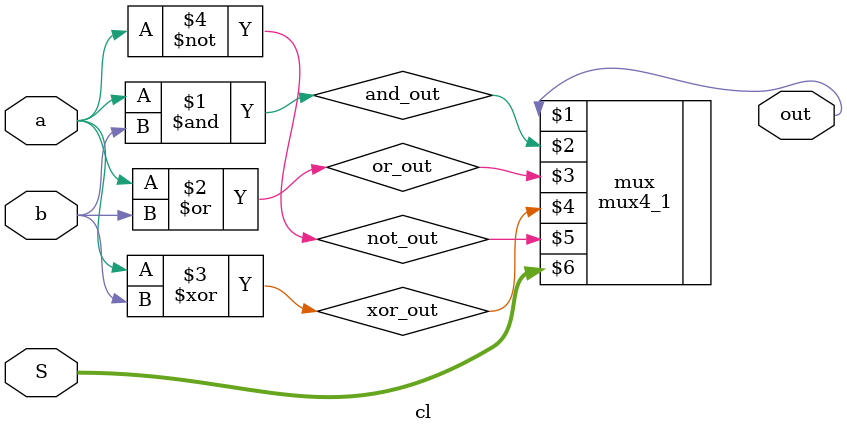
<source format=v>
module cl(output wire out, input wire a, b, input wire [1:0] S);
  /// Cables de salidas
  wire and_out, or_out, xor_out, not_out;
  /// Operaciones
  and and1(and_out, a, b);
  or or1(or_out, a, b);
  xor xor1(xor_out, a, b);
  not not1(not_out, a);
  /// Multiplexor para selecionar
  mux4_1 mux(out, and_out, or_out, xor_out, not_out, S);
endmodule

/// Forma conductual (reg)

</source>
